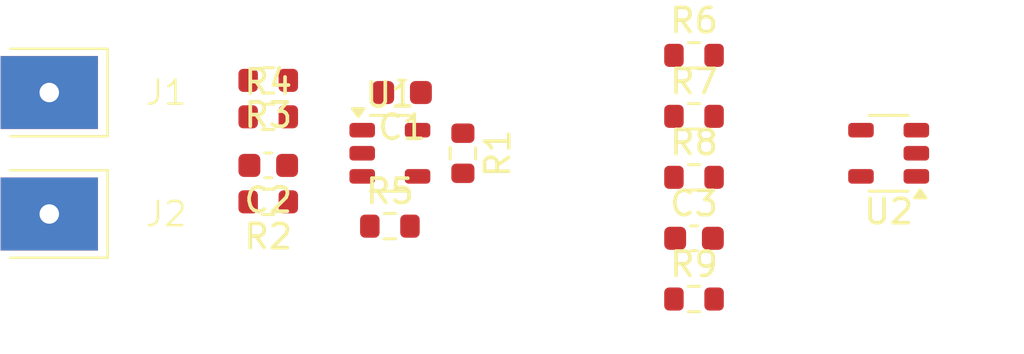
<source format=kicad_pcb>
(kicad_pcb (version 20221018) (generator pcbnew)
  (layers (0 "F.Cu" signal) (31 "B.Cu" signal) (34 "B.Paste" user) (35 "F.Paste" user) (36 "B.SilkS" user "B.Silkscreen") (37 "F.SilkS" user "F.Silkscreen") (38 "B.Mask" user) (39 "F.Mask" user) (44 "Edge.Cuts" user))
  (net 0 "")
  (net 1 "+BATT")
  (net 2 "GND")
  (net 3 "/RELX_RC")
  (net 4 "/RELX_OSC_OUT")
  (net 5 "/RELX_VDIV")
  (net 6 "/SHFT_VDIV")
  (net 7 "/RELX_OSC_OUT_3V3")
  (footprint "Project Footprints:SOT-23-5 (AP331A)" (layer "F.Cu") (at 165 101.5 180)
    (fp_text reference "U2" (at 0 -2.4) (layer "F.SilkS"))
    (fp_text value "AP331AWRG-7")
    (fp_line (start 0 -1.56) (end -0.8 -1.56) (stroke (width 0.12)) (layer "F.SilkS"))
    (fp_line (start 0 -1.56) (end 0.8 -1.56) (stroke (width 0.12)) (layer "F.SilkS"))
    (fp_line (start 0 1.56) (end -0.8 1.56) (stroke (width 0.12)) (layer "F.SilkS"))
    (fp_line (start 0 1.56) (end 0.8 1.56) (stroke (width 0.12)) (layer "F.SilkS"))
    (fp_poly (pts (xy -1.3 -1.51) (xy -1.54 -1.84) (xy -1.06 -1.84) (xy -1.3 -1.51)) (stroke (width 0.12)) (fill solid) (layer "F.SilkS"))
    (pad "1" smd roundrect (at -1.1375 -0.95 180) (size 1.05 0.6) (layers "F.Cu" "F.Paste" "F.Mask") (net 4 "/RELX_OSC_OUT"))
    (pad "2" smd roundrect (at -1.1375 0 180) (size 1.05 0.6) (layers "F.Cu" "F.Paste" "F.Mask") (net 2 "GND"))
    (pad "3" smd roundrect (at -1.1375 0.95 180) (size 1.05 0.6) (layers "F.Cu" "F.Paste" "F.Mask") (net 6 "/SHFT_VDIV"))
    (pad "4" smd roundrect (at 1.1375 0.95 180) (size 1.05 0.6) (layers "F.Cu" "F.Paste" "F.Mask") (net 7 "/RELX_OSC_OUT_3V3"))
    (pad "5" smd roundrect (at 1.1375 -0.95 180) (size 1.05 0.6) (layers "F.Cu" "F.Paste" "F.Mask") (net 1 "+BATT"))
  )
  (footprint "Resistor_SMD:R_0603_1608Metric" (layer "F.Cu") (at 144.5 104.5)
    (fp_text reference "R5" (at 0 -1.43) (layer "F.SilkS"))
    (fp_text value "100K")
    (fp_line (start -0.237258 -0.5225) (end 0.237258 -0.5225) (stroke (width 0.12)) (layer "F.SilkS"))
    (fp_line (start -0.237258 0.5225) (end 0.237258 0.5225) (stroke (width 0.12)) (layer "F.SilkS"))
    (pad "1" smd roundrect (at -0.825 0) (size 0.8 0.95) (layers "F.Cu" "F.Paste" "F.Mask") (net 5 "/RELX_VDIV"))
    (pad "2" smd roundrect (at 0.825 0) (size 0.8 0.95) (layers "F.Cu" "F.Paste" "F.Mask") (net 4 "/RELX_OSC_OUT"))
  )
  (footprint "Resistor_SMD:R_0603_1608Metric" (layer "F.Cu") (at 139.5 100)
    (fp_text reference "R4" (at 0 -1.43) (layer "F.SilkS"))
    (fp_text value "100K")
    (fp_line (start -0.237258 -0.5225) (end 0.237258 -0.5225) (stroke (width 0.12)) (layer "F.SilkS"))
    (fp_line (start -0.237258 0.5225) (end 0.237258 0.5225) (stroke (width 0.12)) (layer "F.SilkS"))
    (pad "1" smd roundrect (at -0.825 0) (size 0.8 0.95) (layers "F.Cu" "F.Paste" "F.Mask") (net 1 "+BATT"))
    (pad "2" smd roundrect (at 0.825 0) (size 0.8 0.95) (layers "F.Cu" "F.Paste" "F.Mask") (net 5 "/RELX_VDIV"))
  )
  (footprint "Resistor_SMD:R_0603_1608Metric" (layer "F.Cu") (at 157 99.98)
    (fp_text reference "R7" (at 0 -1.43) (layer "F.SilkS"))
    (fp_text value "100K")
    (fp_line (start -0.237258 -0.5225) (end 0.237258 -0.5225) (stroke (width 0.12)) (layer "F.SilkS"))
    (fp_line (start -0.237258 0.5225) (end 0.237258 0.5225) (stroke (width 0.12)) (layer "F.SilkS"))
    (pad "1" smd roundrect (at -0.825 0) (size 0.8 0.95) (layers "F.Cu" "F.Paste" "F.Mask") (net 6 "/SHFT_VDIV"))
    (pad "2" smd roundrect (at 0.825 0) (size 0.8 0.95) (layers "F.Cu" "F.Paste" "F.Mask") (net 2 "GND"))
  )
  (footprint "Capacitor_SMD:C_0603_1608Metric" (layer "F.Cu") (at 139.5 102 180)
    (fp_text reference "C2" (at 0 -1.43) (layer "F.SilkS"))
    (fp_text value "330pF")
    (fp_line (start -0.14058 -0.51) (end 0.14058 -0.51) (stroke (width 0.12)) (layer "F.SilkS"))
    (fp_line (start -0.14058 0.51) (end 0.14058 0.51) (stroke (width 0.12)) (layer "F.SilkS"))
    (pad "1" smd roundrect (at -0.775 0 180) (size 0.9 0.95) (layers "F.Cu" "F.Paste" "F.Mask") (net 3 "/RELX_RC"))
    (pad "2" smd roundrect (at 0.775 0 180) (size 0.9 0.95) (layers "F.Cu" "F.Paste" "F.Mask") (net 2 "GND"))
  )
  (footprint "Project Footprints:CROC" (layer "F.Cu") (at 130.5 99)
    (fp_text reference "J1" (at 4.8 0 unlocked) (layer "F.SilkS") (effects (font (thickness 0.1))))
    (fp_text value "~")
    (fp_line (start -1.6 -1.8) (end 2.4 -1.8) (stroke (width 0.1)) (layer "F.SilkS"))
    (fp_line (start 2.4 -1.8) (end 2.4 1.8) (stroke (width 0.1)) (layer "F.SilkS"))
    (fp_line (start 2.4 1.8) (end -1.6 1.8) (stroke (width 0.1)) (layer "F.SilkS"))
    (pad "1" thru_hole rect (at 0 0) (size 4 3) (drill 0.8) (layers "*.Cu" "*.Mask") (net 1 "+BATT"))
  )
  (footprint "Project Footprints:CROC" (layer "F.Cu") (at 130.5 104)
    (fp_text reference "J2" (at 4.8 0 unlocked) (layer "F.SilkS") (effects (font (thickness 0.1))))
    (fp_text value "~")
    (fp_line (start -1.6 -1.8) (end 2.4 -1.8) (stroke (width 0.1)) (layer "F.SilkS"))
    (fp_line (start 2.4 -1.8) (end 2.4 1.8) (stroke (width 0.1)) (layer "F.SilkS"))
    (fp_line (start 2.4 1.8) (end -1.6 1.8) (stroke (width 0.1)) (layer "F.SilkS"))
    (pad "1" thru_hole rect (at 0 0) (size 4 3) (drill 0.8) (layers "*.Cu" "*.Mask") (net 2 "GND"))
  )
  (footprint "Resistor_SMD:R_0603_1608Metric" (layer "F.Cu") (at 147.5 101.5 -90)
    (fp_text reference "R1" (at 0 -1.43 -270) (layer "F.SilkS"))
    (fp_text value "1K")
    (fp_line (start -0.237258 -0.5225) (end 0.237258 -0.5225) (stroke (width 0.12)) (layer "F.SilkS"))
    (fp_line (start -0.237258 0.5225) (end 0.237258 0.5225) (stroke (width 0.12)) (layer "F.SilkS"))
    (pad "1" smd roundrect (at -0.825 0 270) (size 0.8 0.95) (layers "F.Cu" "F.Paste" "F.Mask") (net 1 "+BATT"))
    (pad "2" smd roundrect (at 0.825 0 270) (size 0.8 0.95) (layers "F.Cu" "F.Paste" "F.Mask") (net 4 "/RELX_OSC_OUT"))
  )
  (footprint "Resistor_SMD:R_0603_1608Metric" (layer "F.Cu") (at 139.5 103.5 180)
    (fp_text reference "R2" (at 0 -1.43) (layer "F.SilkS"))
    (fp_text value "220K")
    (fp_line (start -0.237258 -0.5225) (end 0.237258 -0.5225) (stroke (width 0.12)) (layer "F.SilkS"))
    (fp_line (start -0.237258 0.5225) (end 0.237258 0.5225) (stroke (width 0.12)) (layer "F.SilkS"))
    (pad "1" smd roundrect (at -0.825 0 180) (size 0.8 0.95) (layers "F.Cu" "F.Paste" "F.Mask") (net 3 "/RELX_RC"))
    (pad "2" smd roundrect (at 0.825 0 180) (size 0.8 0.95) (layers "F.Cu" "F.Paste" "F.Mask") (net 4 "/RELX_OSC_OUT"))
  )
  (footprint "Capacitor_SMD:C_0603_1608Metric" (layer "F.Cu") (at 157 105)
    (fp_text reference "C3" (at 0 -1.43) (layer "F.SilkS"))
    (fp_text value "100nF")
    (fp_line (start -0.14058 -0.51) (end 0.14058 -0.51) (stroke (width 0.12)) (layer "F.SilkS"))
    (fp_line (start -0.14058 0.51) (end 0.14058 0.51) (stroke (width 0.12)) (layer "F.SilkS"))
    (pad "1" smd roundrect (at -0.775 0) (size 0.9 0.95) (layers "F.Cu" "F.Paste" "F.Mask") (net 1 "+BATT"))
    (pad "2" smd roundrect (at 0.775 0) (size 0.9 0.95) (layers "F.Cu" "F.Paste" "F.Mask") (net 2 "GND"))
  )
  (footprint "Capacitor_SMD:C_0603_1608Metric" (layer "F.Cu") (at 145 99 180)
    (fp_text reference "C1" (at 0 -1.43) (layer "F.SilkS"))
    (fp_text value "100nF")
    (fp_line (start -0.14058 -0.51) (end 0.14058 -0.51) (stroke (width 0.12)) (layer "F.SilkS"))
    (fp_line (start -0.14058 0.51) (end 0.14058 0.51) (stroke (width 0.12)) (layer "F.SilkS"))
    (pad "1" smd roundrect (at -0.775 0 180) (size 0.9 0.95) (layers "F.Cu" "F.Paste" "F.Mask") (net 1 "+BATT"))
    (pad "2" smd roundrect (at 0.775 0 180) (size 0.9 0.95) (layers "F.Cu" "F.Paste" "F.Mask") (net 2 "GND"))
  )
  (footprint "Resistor_SMD:R_0603_1608Metric" (layer "F.Cu") (at 139.5 98.5 180)
    (fp_text reference "R3" (at 0 -1.43) (layer "F.SilkS"))
    (fp_text value "100K")
    (fp_line (start -0.237258 -0.5225) (end 0.237258 -0.5225) (stroke (width 0.12)) (layer "F.SilkS"))
    (fp_line (start -0.237258 0.5225) (end 0.237258 0.5225) (stroke (width 0.12)) (layer "F.SilkS"))
    (pad "1" smd roundrect (at -0.825 0 180) (size 0.8 0.95) (layers "F.Cu" "F.Paste" "F.Mask") (net 5 "/RELX_VDIV"))
    (pad "2" smd roundrect (at 0.825 0 180) (size 0.8 0.95) (layers "F.Cu" "F.Paste" "F.Mask") (net 2 "GND"))
  )
  (footprint "Project Footprints:SOT-23-5 (AP331A)" (layer "F.Cu") (at 144.5 101.5)
    (fp_text reference "U1" (at 0 -2.4) (layer "F.SilkS"))
    (fp_text value "AP331AWRG-7")
    (fp_line (start 0 -1.56) (end -0.8 -1.56) (stroke (width 0.12)) (layer "F.SilkS"))
    (fp_line (start 0 -1.56) (end 0.8 -1.56) (stroke (width 0.12)) (layer "F.SilkS"))
    (fp_line (start 0 1.56) (end -0.8 1.56) (stroke (width 0.12)) (layer "F.SilkS"))
    (fp_line (start 0 1.56) (end 0.8 1.56) (stroke (width 0.12)) (layer "F.SilkS"))
    (fp_poly (pts (xy -1.3 -1.51) (xy -1.54 -1.84) (xy -1.06 -1.84) (xy -1.3 -1.51)) (stroke (width 0.12)) (fill solid) (layer "F.SilkS"))
    (pad "1" smd roundrect (at -1.1375 -0.95) (size 1.05 0.6) (layers "F.Cu" "F.Paste" "F.Mask") (net 5 "/RELX_VDIV"))
    (pad "2" smd roundrect (at -1.1375 0) (size 1.05 0.6) (layers "F.Cu" "F.Paste" "F.Mask") (net 2 "GND"))
    (pad "3" smd roundrect (at -1.1375 0.95) (size 1.05 0.6) (layers "F.Cu" "F.Paste" "F.Mask") (net 3 "/RELX_RC"))
    (pad "4" smd roundrect (at 1.1375 0.95) (size 1.05 0.6) (layers "F.Cu" "F.Paste" "F.Mask") (net 4 "/RELX_OSC_OUT"))
    (pad "5" smd roundrect (at 1.1375 -0.95) (size 1.05 0.6) (layers "F.Cu" "F.Paste" "F.Mask") (net 1 "+BATT"))
  )
  (footprint "Resistor_SMD:R_0603_1608Metric" (layer "F.Cu") (at 157 97.47)
    (fp_text reference "R6" (at 0 -1.43) (layer "F.SilkS"))
    (fp_text value "100K")
    (fp_line (start -0.237258 -0.5225) (end 0.237258 -0.5225) (stroke (width 0.12)) (layer "F.SilkS"))
    (fp_line (start -0.237258 0.5225) (end 0.237258 0.5225) (stroke (width 0.12)) (layer "F.SilkS"))
    (pad "1" smd roundrect (at -0.825 0) (size 0.8 0.95) (layers "F.Cu" "F.Paste" "F.Mask") (net 1 "+BATT"))
    (pad "2" smd roundrect (at 0.825 0) (size 0.8 0.95) (layers "F.Cu" "F.Paste" "F.Mask") (net 6 "/SHFT_VDIV"))
  )
  (footprint "Resistor_SMD:R_0603_1608Metric" (layer "F.Cu") (at 157 102.49)
    (fp_text reference "R8" (at 0 -1.43) (layer "F.SilkS"))
    (fp_text value "680K")
    (fp_line (start -0.237258 -0.5225) (end 0.237258 -0.5225) (stroke (width 0.12)) (layer "F.SilkS"))
    (fp_line (start -0.237258 0.5225) (end 0.237258 0.5225) (stroke (width 0.12)) (layer "F.SilkS"))
    (pad "1" smd roundrect (at -0.825 0) (size 0.8 0.95) (layers "F.Cu" "F.Paste" "F.Mask") (net 4 "/RELX_OSC_OUT"))
    (pad "2" smd roundrect (at 0.825 0) (size 0.8 0.95) (layers "F.Cu" "F.Paste" "F.Mask") (net 7 "/RELX_OSC_OUT_3V3"))
  )
  (footprint "Resistor_SMD:R_0603_1608Metric" (layer "F.Cu") (at 157 107.5)
    (fp_text reference "R9" (at 0 -1.43) (layer "F.SilkS"))
    (fp_text value "4K7")
    (fp_line (start -0.237258 -0.5225) (end 0.237258 -0.5225) (stroke (width 0.12)) (layer "F.SilkS"))
    (fp_line (start -0.237258 0.5225) (end 0.237258 0.5225) (stroke (width 0.12)) (layer "F.SilkS"))
    (pad "1" smd roundrect (at -0.825 0) (size 0.8 0.95) (layers "F.Cu" "F.Paste" "F.Mask") (net 1 "+BATT"))
    (pad "2" smd roundrect (at 0.825 0) (size 0.8 0.95) (layers "F.Cu" "F.Paste" "F.Mask") (net 7 "/RELX_OSC_OUT_3V3"))
  )
)
</source>
